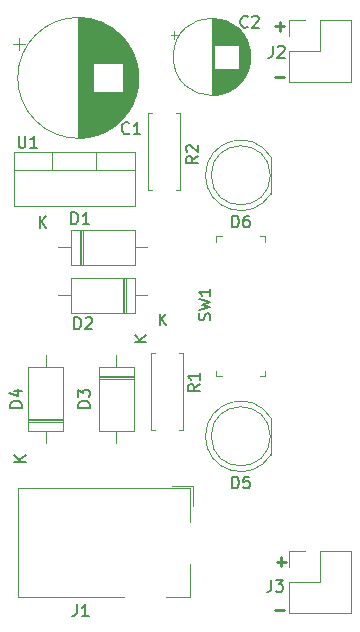
<source format=gto>
%TF.GenerationSoftware,KiCad,Pcbnew,5.1.10-88a1d61d58~88~ubuntu20.04.1*%
%TF.CreationDate,2021-07-24T20:23:26-03:00*%
%TF.ProjectId,002_Breadboard_Power_Supply,3030325f-4272-4656-9164-626f6172645f,V1*%
%TF.SameCoordinates,Original*%
%TF.FileFunction,Legend,Top*%
%TF.FilePolarity,Positive*%
%FSLAX46Y46*%
G04 Gerber Fmt 4.6, Leading zero omitted, Abs format (unit mm)*
G04 Created by KiCad (PCBNEW 5.1.10-88a1d61d58~88~ubuntu20.04.1) date 2021-07-24 20:23:26*
%MOMM*%
%LPD*%
G01*
G04 APERTURE LIST*
%ADD10C,0.250000*%
%ADD11C,0.120000*%
%ADD12C,0.100000*%
%ADD13C,0.150000*%
G04 APERTURE END LIST*
D10*
X99060047Y-56459428D02*
X99821952Y-56459428D01*
X99060047Y-52141428D02*
X99821952Y-52141428D01*
X99441000Y-52522380D02*
X99441000Y-51760476D01*
X99060047Y-101544428D02*
X99821952Y-101544428D01*
X99187047Y-97480428D02*
X99948952Y-97480428D01*
X99568000Y-97861380D02*
X99568000Y-97099476D01*
D11*
%TO.C,C1*%
X77403354Y-53140000D02*
X77403354Y-54140000D01*
X76903354Y-53640000D02*
X77903354Y-53640000D01*
X87464000Y-55916000D02*
X87464000Y-57114000D01*
X87424000Y-55653000D02*
X87424000Y-57377000D01*
X87384000Y-55453000D02*
X87384000Y-57577000D01*
X87344000Y-55285000D02*
X87344000Y-57745000D01*
X87304000Y-55137000D02*
X87304000Y-57893000D01*
X87264000Y-55005000D02*
X87264000Y-58025000D01*
X87224000Y-54885000D02*
X87224000Y-58145000D01*
X87184000Y-54773000D02*
X87184000Y-58257000D01*
X87144000Y-54669000D02*
X87144000Y-58361000D01*
X87104000Y-54571000D02*
X87104000Y-58459000D01*
X87064000Y-54478000D02*
X87064000Y-58552000D01*
X87024000Y-54390000D02*
X87024000Y-58640000D01*
X86984000Y-54306000D02*
X86984000Y-58724000D01*
X86944000Y-54226000D02*
X86944000Y-58804000D01*
X86904000Y-54150000D02*
X86904000Y-58880000D01*
X86864000Y-54076000D02*
X86864000Y-58954000D01*
X86824000Y-54005000D02*
X86824000Y-59025000D01*
X86784000Y-53936000D02*
X86784000Y-59094000D01*
X86744000Y-53870000D02*
X86744000Y-59160000D01*
X86704000Y-53806000D02*
X86704000Y-59224000D01*
X86664000Y-53745000D02*
X86664000Y-59285000D01*
X86624000Y-53685000D02*
X86624000Y-59345000D01*
X86584000Y-53626000D02*
X86584000Y-59404000D01*
X86544000Y-53570000D02*
X86544000Y-59460000D01*
X86504000Y-53515000D02*
X86504000Y-59515000D01*
X86464000Y-53461000D02*
X86464000Y-59569000D01*
X86424000Y-53409000D02*
X86424000Y-59621000D01*
X86384000Y-53359000D02*
X86384000Y-59671000D01*
X86344000Y-53309000D02*
X86344000Y-59721000D01*
X86304000Y-53261000D02*
X86304000Y-59769000D01*
X86264000Y-53214000D02*
X86264000Y-59816000D01*
X86224000Y-53168000D02*
X86224000Y-59862000D01*
X86184000Y-53123000D02*
X86184000Y-59907000D01*
X86144000Y-53079000D02*
X86144000Y-59951000D01*
X86104000Y-57756000D02*
X86104000Y-59993000D01*
X86104000Y-53037000D02*
X86104000Y-55274000D01*
X86064000Y-57756000D02*
X86064000Y-60035000D01*
X86064000Y-52995000D02*
X86064000Y-55274000D01*
X86024000Y-57756000D02*
X86024000Y-60076000D01*
X86024000Y-52954000D02*
X86024000Y-55274000D01*
X85984000Y-57756000D02*
X85984000Y-60116000D01*
X85984000Y-52914000D02*
X85984000Y-55274000D01*
X85944000Y-57756000D02*
X85944000Y-60155000D01*
X85944000Y-52875000D02*
X85944000Y-55274000D01*
X85904000Y-57756000D02*
X85904000Y-60194000D01*
X85904000Y-52836000D02*
X85904000Y-55274000D01*
X85864000Y-57756000D02*
X85864000Y-60231000D01*
X85864000Y-52799000D02*
X85864000Y-55274000D01*
X85824000Y-57756000D02*
X85824000Y-60268000D01*
X85824000Y-52762000D02*
X85824000Y-55274000D01*
X85784000Y-57756000D02*
X85784000Y-60304000D01*
X85784000Y-52726000D02*
X85784000Y-55274000D01*
X85744000Y-57756000D02*
X85744000Y-60339000D01*
X85744000Y-52691000D02*
X85744000Y-55274000D01*
X85704000Y-57756000D02*
X85704000Y-60373000D01*
X85704000Y-52657000D02*
X85704000Y-55274000D01*
X85664000Y-57756000D02*
X85664000Y-60407000D01*
X85664000Y-52623000D02*
X85664000Y-55274000D01*
X85624000Y-57756000D02*
X85624000Y-60440000D01*
X85624000Y-52590000D02*
X85624000Y-55274000D01*
X85584000Y-57756000D02*
X85584000Y-60472000D01*
X85584000Y-52558000D02*
X85584000Y-55274000D01*
X85544000Y-57756000D02*
X85544000Y-60504000D01*
X85544000Y-52526000D02*
X85544000Y-55274000D01*
X85504000Y-57756000D02*
X85504000Y-60535000D01*
X85504000Y-52495000D02*
X85504000Y-55274000D01*
X85464000Y-57756000D02*
X85464000Y-60565000D01*
X85464000Y-52465000D02*
X85464000Y-55274000D01*
X85424000Y-57756000D02*
X85424000Y-60595000D01*
X85424000Y-52435000D02*
X85424000Y-55274000D01*
X85384000Y-57756000D02*
X85384000Y-60625000D01*
X85384000Y-52405000D02*
X85384000Y-55274000D01*
X85344000Y-57756000D02*
X85344000Y-60653000D01*
X85344000Y-52377000D02*
X85344000Y-55274000D01*
X85304000Y-57756000D02*
X85304000Y-60681000D01*
X85304000Y-52349000D02*
X85304000Y-55274000D01*
X85264000Y-57756000D02*
X85264000Y-60709000D01*
X85264000Y-52321000D02*
X85264000Y-55274000D01*
X85224000Y-57756000D02*
X85224000Y-60736000D01*
X85224000Y-52294000D02*
X85224000Y-55274000D01*
X85184000Y-57756000D02*
X85184000Y-60762000D01*
X85184000Y-52268000D02*
X85184000Y-55274000D01*
X85144000Y-57756000D02*
X85144000Y-60788000D01*
X85144000Y-52242000D02*
X85144000Y-55274000D01*
X85104000Y-57756000D02*
X85104000Y-60813000D01*
X85104000Y-52217000D02*
X85104000Y-55274000D01*
X85064000Y-57756000D02*
X85064000Y-60838000D01*
X85064000Y-52192000D02*
X85064000Y-55274000D01*
X85024000Y-57756000D02*
X85024000Y-60862000D01*
X85024000Y-52168000D02*
X85024000Y-55274000D01*
X84984000Y-57756000D02*
X84984000Y-60886000D01*
X84984000Y-52144000D02*
X84984000Y-55274000D01*
X84944000Y-57756000D02*
X84944000Y-60910000D01*
X84944000Y-52120000D02*
X84944000Y-55274000D01*
X84904000Y-57756000D02*
X84904000Y-60932000D01*
X84904000Y-52098000D02*
X84904000Y-55274000D01*
X84864000Y-57756000D02*
X84864000Y-60955000D01*
X84864000Y-52075000D02*
X84864000Y-55274000D01*
X84824000Y-57756000D02*
X84824000Y-60977000D01*
X84824000Y-52053000D02*
X84824000Y-55274000D01*
X84784000Y-57756000D02*
X84784000Y-60998000D01*
X84784000Y-52032000D02*
X84784000Y-55274000D01*
X84744000Y-57756000D02*
X84744000Y-61019000D01*
X84744000Y-52011000D02*
X84744000Y-55274000D01*
X84704000Y-57756000D02*
X84704000Y-61040000D01*
X84704000Y-51990000D02*
X84704000Y-55274000D01*
X84664000Y-57756000D02*
X84664000Y-61060000D01*
X84664000Y-51970000D02*
X84664000Y-55274000D01*
X84624000Y-57756000D02*
X84624000Y-61079000D01*
X84624000Y-51951000D02*
X84624000Y-55274000D01*
X84584000Y-57756000D02*
X84584000Y-61099000D01*
X84584000Y-51931000D02*
X84584000Y-55274000D01*
X84544000Y-57756000D02*
X84544000Y-61118000D01*
X84544000Y-51912000D02*
X84544000Y-55274000D01*
X84504000Y-57756000D02*
X84504000Y-61136000D01*
X84504000Y-51894000D02*
X84504000Y-55274000D01*
X84464000Y-57756000D02*
X84464000Y-61154000D01*
X84464000Y-51876000D02*
X84464000Y-55274000D01*
X84424000Y-57756000D02*
X84424000Y-61172000D01*
X84424000Y-51858000D02*
X84424000Y-55274000D01*
X84384000Y-57756000D02*
X84384000Y-61189000D01*
X84384000Y-51841000D02*
X84384000Y-55274000D01*
X84344000Y-57756000D02*
X84344000Y-61205000D01*
X84344000Y-51825000D02*
X84344000Y-55274000D01*
X84304000Y-57756000D02*
X84304000Y-61222000D01*
X84304000Y-51808000D02*
X84304000Y-55274000D01*
X84264000Y-57756000D02*
X84264000Y-61238000D01*
X84264000Y-51792000D02*
X84264000Y-55274000D01*
X84224000Y-57756000D02*
X84224000Y-61253000D01*
X84224000Y-51777000D02*
X84224000Y-55274000D01*
X84184000Y-57756000D02*
X84184000Y-61269000D01*
X84184000Y-51761000D02*
X84184000Y-55274000D01*
X84144000Y-57756000D02*
X84144000Y-61283000D01*
X84144000Y-51747000D02*
X84144000Y-55274000D01*
X84104000Y-57756000D02*
X84104000Y-61298000D01*
X84104000Y-51732000D02*
X84104000Y-55274000D01*
X84064000Y-57756000D02*
X84064000Y-61312000D01*
X84064000Y-51718000D02*
X84064000Y-55274000D01*
X84024000Y-57756000D02*
X84024000Y-61326000D01*
X84024000Y-51704000D02*
X84024000Y-55274000D01*
X83984000Y-57756000D02*
X83984000Y-61339000D01*
X83984000Y-51691000D02*
X83984000Y-55274000D01*
X83944000Y-57756000D02*
X83944000Y-61352000D01*
X83944000Y-51678000D02*
X83944000Y-55274000D01*
X83904000Y-57756000D02*
X83904000Y-61365000D01*
X83904000Y-51665000D02*
X83904000Y-55274000D01*
X83864000Y-57756000D02*
X83864000Y-61377000D01*
X83864000Y-51653000D02*
X83864000Y-55274000D01*
X83824000Y-57756000D02*
X83824000Y-61389000D01*
X83824000Y-51641000D02*
X83824000Y-55274000D01*
X83784000Y-57756000D02*
X83784000Y-61400000D01*
X83784000Y-51630000D02*
X83784000Y-55274000D01*
X83744000Y-57756000D02*
X83744000Y-61412000D01*
X83744000Y-51618000D02*
X83744000Y-55274000D01*
X83704000Y-57756000D02*
X83704000Y-61422000D01*
X83704000Y-51608000D02*
X83704000Y-55274000D01*
X83664000Y-57756000D02*
X83664000Y-61433000D01*
X83664000Y-51597000D02*
X83664000Y-55274000D01*
X83624000Y-51587000D02*
X83624000Y-61443000D01*
X83584000Y-51577000D02*
X83584000Y-61453000D01*
X83544000Y-51568000D02*
X83544000Y-61462000D01*
X83504000Y-51559000D02*
X83504000Y-61471000D01*
X83464000Y-51550000D02*
X83464000Y-61480000D01*
X83424000Y-51541000D02*
X83424000Y-61489000D01*
X83384000Y-51533000D02*
X83384000Y-61497000D01*
X83344000Y-51525000D02*
X83344000Y-61505000D01*
X83304000Y-51518000D02*
X83304000Y-61512000D01*
X83264000Y-51511000D02*
X83264000Y-61519000D01*
X83224000Y-51504000D02*
X83224000Y-61526000D01*
X83184000Y-51497000D02*
X83184000Y-61533000D01*
X83144000Y-51491000D02*
X83144000Y-61539000D01*
X83104000Y-51485000D02*
X83104000Y-61545000D01*
X83063000Y-51480000D02*
X83063000Y-61550000D01*
X83023000Y-51475000D02*
X83023000Y-61555000D01*
X82983000Y-51470000D02*
X82983000Y-61560000D01*
X82943000Y-51465000D02*
X82943000Y-61565000D01*
X82903000Y-51461000D02*
X82903000Y-61569000D01*
X82863000Y-51457000D02*
X82863000Y-61573000D01*
X82823000Y-51453000D02*
X82823000Y-61577000D01*
X82783000Y-51450000D02*
X82783000Y-61580000D01*
X82743000Y-51447000D02*
X82743000Y-61583000D01*
X82703000Y-51445000D02*
X82703000Y-61585000D01*
X82663000Y-51442000D02*
X82663000Y-61588000D01*
X82623000Y-51440000D02*
X82623000Y-61590000D01*
X82583000Y-51438000D02*
X82583000Y-61592000D01*
X82543000Y-51437000D02*
X82543000Y-61593000D01*
X82503000Y-51436000D02*
X82503000Y-61594000D01*
X82463000Y-51435000D02*
X82463000Y-61595000D01*
X82423000Y-51435000D02*
X82423000Y-61595000D01*
X82383000Y-51435000D02*
X82383000Y-61595000D01*
X87503000Y-56515000D02*
G75*
G03*
X87503000Y-56515000I-5120000J0D01*
G01*
%TO.C,C2*%
X90520759Y-52583000D02*
X90520759Y-53213000D01*
X90205759Y-52898000D02*
X90835759Y-52898000D01*
X96947000Y-54335000D02*
X96947000Y-55139000D01*
X96907000Y-54104000D02*
X96907000Y-55370000D01*
X96867000Y-53935000D02*
X96867000Y-55539000D01*
X96827000Y-53797000D02*
X96827000Y-55677000D01*
X96787000Y-53678000D02*
X96787000Y-55796000D01*
X96747000Y-53572000D02*
X96747000Y-55902000D01*
X96707000Y-53475000D02*
X96707000Y-55999000D01*
X96667000Y-53387000D02*
X96667000Y-56087000D01*
X96627000Y-53305000D02*
X96627000Y-56169000D01*
X96587000Y-53228000D02*
X96587000Y-56246000D01*
X96547000Y-53156000D02*
X96547000Y-56318000D01*
X96507000Y-53087000D02*
X96507000Y-56387000D01*
X96467000Y-53023000D02*
X96467000Y-56451000D01*
X96427000Y-52961000D02*
X96427000Y-56513000D01*
X96387000Y-52903000D02*
X96387000Y-56571000D01*
X96347000Y-52847000D02*
X96347000Y-56627000D01*
X96307000Y-52793000D02*
X96307000Y-56681000D01*
X96267000Y-52742000D02*
X96267000Y-56732000D01*
X96227000Y-52693000D02*
X96227000Y-56781000D01*
X96187000Y-52645000D02*
X96187000Y-56829000D01*
X96147000Y-52600000D02*
X96147000Y-56874000D01*
X96107000Y-52555000D02*
X96107000Y-56919000D01*
X96067000Y-52513000D02*
X96067000Y-56961000D01*
X96027000Y-52472000D02*
X96027000Y-57002000D01*
X95987000Y-55777000D02*
X95987000Y-57042000D01*
X95987000Y-52432000D02*
X95987000Y-53697000D01*
X95947000Y-55777000D02*
X95947000Y-57080000D01*
X95947000Y-52394000D02*
X95947000Y-53697000D01*
X95907000Y-55777000D02*
X95907000Y-57117000D01*
X95907000Y-52357000D02*
X95907000Y-53697000D01*
X95867000Y-55777000D02*
X95867000Y-57153000D01*
X95867000Y-52321000D02*
X95867000Y-53697000D01*
X95827000Y-55777000D02*
X95827000Y-57187000D01*
X95827000Y-52287000D02*
X95827000Y-53697000D01*
X95787000Y-55777000D02*
X95787000Y-57221000D01*
X95787000Y-52253000D02*
X95787000Y-53697000D01*
X95747000Y-55777000D02*
X95747000Y-57253000D01*
X95747000Y-52221000D02*
X95747000Y-53697000D01*
X95707000Y-55777000D02*
X95707000Y-57285000D01*
X95707000Y-52189000D02*
X95707000Y-53697000D01*
X95667000Y-55777000D02*
X95667000Y-57315000D01*
X95667000Y-52159000D02*
X95667000Y-53697000D01*
X95627000Y-55777000D02*
X95627000Y-57344000D01*
X95627000Y-52130000D02*
X95627000Y-53697000D01*
X95587000Y-55777000D02*
X95587000Y-57373000D01*
X95587000Y-52101000D02*
X95587000Y-53697000D01*
X95547000Y-55777000D02*
X95547000Y-57401000D01*
X95547000Y-52073000D02*
X95547000Y-53697000D01*
X95507000Y-55777000D02*
X95507000Y-57427000D01*
X95507000Y-52047000D02*
X95507000Y-53697000D01*
X95467000Y-55777000D02*
X95467000Y-57453000D01*
X95467000Y-52021000D02*
X95467000Y-53697000D01*
X95427000Y-55777000D02*
X95427000Y-57479000D01*
X95427000Y-51995000D02*
X95427000Y-53697000D01*
X95387000Y-55777000D02*
X95387000Y-57503000D01*
X95387000Y-51971000D02*
X95387000Y-53697000D01*
X95347000Y-55777000D02*
X95347000Y-57527000D01*
X95347000Y-51947000D02*
X95347000Y-53697000D01*
X95307000Y-55777000D02*
X95307000Y-57549000D01*
X95307000Y-51925000D02*
X95307000Y-53697000D01*
X95267000Y-55777000D02*
X95267000Y-57571000D01*
X95267000Y-51903000D02*
X95267000Y-53697000D01*
X95227000Y-55777000D02*
X95227000Y-57593000D01*
X95227000Y-51881000D02*
X95227000Y-53697000D01*
X95187000Y-55777000D02*
X95187000Y-57613000D01*
X95187000Y-51861000D02*
X95187000Y-53697000D01*
X95147000Y-55777000D02*
X95147000Y-57633000D01*
X95147000Y-51841000D02*
X95147000Y-53697000D01*
X95107000Y-55777000D02*
X95107000Y-57653000D01*
X95107000Y-51821000D02*
X95107000Y-53697000D01*
X95067000Y-55777000D02*
X95067000Y-57671000D01*
X95067000Y-51803000D02*
X95067000Y-53697000D01*
X95027000Y-55777000D02*
X95027000Y-57689000D01*
X95027000Y-51785000D02*
X95027000Y-53697000D01*
X94987000Y-55777000D02*
X94987000Y-57707000D01*
X94987000Y-51767000D02*
X94987000Y-53697000D01*
X94947000Y-55777000D02*
X94947000Y-57723000D01*
X94947000Y-51751000D02*
X94947000Y-53697000D01*
X94907000Y-55777000D02*
X94907000Y-57739000D01*
X94907000Y-51735000D02*
X94907000Y-53697000D01*
X94867000Y-55777000D02*
X94867000Y-57755000D01*
X94867000Y-51719000D02*
X94867000Y-53697000D01*
X94827000Y-55777000D02*
X94827000Y-57770000D01*
X94827000Y-51704000D02*
X94827000Y-53697000D01*
X94787000Y-55777000D02*
X94787000Y-57784000D01*
X94787000Y-51690000D02*
X94787000Y-53697000D01*
X94747000Y-55777000D02*
X94747000Y-57798000D01*
X94747000Y-51676000D02*
X94747000Y-53697000D01*
X94707000Y-55777000D02*
X94707000Y-57811000D01*
X94707000Y-51663000D02*
X94707000Y-53697000D01*
X94667000Y-55777000D02*
X94667000Y-57823000D01*
X94667000Y-51651000D02*
X94667000Y-53697000D01*
X94627000Y-55777000D02*
X94627000Y-57835000D01*
X94627000Y-51639000D02*
X94627000Y-53697000D01*
X94587000Y-55777000D02*
X94587000Y-57847000D01*
X94587000Y-51627000D02*
X94587000Y-53697000D01*
X94547000Y-55777000D02*
X94547000Y-57858000D01*
X94547000Y-51616000D02*
X94547000Y-53697000D01*
X94507000Y-55777000D02*
X94507000Y-57868000D01*
X94507000Y-51606000D02*
X94507000Y-53697000D01*
X94467000Y-55777000D02*
X94467000Y-57878000D01*
X94467000Y-51596000D02*
X94467000Y-53697000D01*
X94427000Y-55777000D02*
X94427000Y-57887000D01*
X94427000Y-51587000D02*
X94427000Y-53697000D01*
X94386000Y-55777000D02*
X94386000Y-57896000D01*
X94386000Y-51578000D02*
X94386000Y-53697000D01*
X94346000Y-55777000D02*
X94346000Y-57904000D01*
X94346000Y-51570000D02*
X94346000Y-53697000D01*
X94306000Y-55777000D02*
X94306000Y-57912000D01*
X94306000Y-51562000D02*
X94306000Y-53697000D01*
X94266000Y-55777000D02*
X94266000Y-57919000D01*
X94266000Y-51555000D02*
X94266000Y-53697000D01*
X94226000Y-55777000D02*
X94226000Y-57926000D01*
X94226000Y-51548000D02*
X94226000Y-53697000D01*
X94186000Y-55777000D02*
X94186000Y-57932000D01*
X94186000Y-51542000D02*
X94186000Y-53697000D01*
X94146000Y-55777000D02*
X94146000Y-57938000D01*
X94146000Y-51536000D02*
X94146000Y-53697000D01*
X94106000Y-55777000D02*
X94106000Y-57943000D01*
X94106000Y-51531000D02*
X94106000Y-53697000D01*
X94066000Y-55777000D02*
X94066000Y-57948000D01*
X94066000Y-51526000D02*
X94066000Y-53697000D01*
X94026000Y-55777000D02*
X94026000Y-57952000D01*
X94026000Y-51522000D02*
X94026000Y-53697000D01*
X93986000Y-55777000D02*
X93986000Y-57955000D01*
X93986000Y-51519000D02*
X93986000Y-53697000D01*
X93946000Y-55777000D02*
X93946000Y-57959000D01*
X93946000Y-51515000D02*
X93946000Y-53697000D01*
X93906000Y-51513000D02*
X93906000Y-57961000D01*
X93866000Y-51510000D02*
X93866000Y-57964000D01*
X93826000Y-51509000D02*
X93826000Y-57965000D01*
X93786000Y-51507000D02*
X93786000Y-57967000D01*
X93746000Y-51507000D02*
X93746000Y-57967000D01*
X93706000Y-51507000D02*
X93706000Y-57967000D01*
X96976000Y-54737000D02*
G75*
G03*
X96976000Y-54737000I-3270000J0D01*
G01*
%TO.C,D1*%
X82515000Y-69396000D02*
X82515000Y-72336000D01*
X82755000Y-69396000D02*
X82755000Y-72336000D01*
X82635000Y-69396000D02*
X82635000Y-72336000D01*
X88195000Y-70866000D02*
X87175000Y-70866000D01*
X80715000Y-70866000D02*
X81735000Y-70866000D01*
X87175000Y-69396000D02*
X81735000Y-69396000D01*
X87175000Y-72336000D02*
X87175000Y-69396000D01*
X81735000Y-72336000D02*
X87175000Y-72336000D01*
X81735000Y-69396000D02*
X81735000Y-72336000D01*
%TO.C,D2*%
X87175000Y-76400000D02*
X87175000Y-73460000D01*
X87175000Y-73460000D02*
X81735000Y-73460000D01*
X81735000Y-73460000D02*
X81735000Y-76400000D01*
X81735000Y-76400000D02*
X87175000Y-76400000D01*
X88195000Y-74930000D02*
X87175000Y-74930000D01*
X80715000Y-74930000D02*
X81735000Y-74930000D01*
X86275000Y-76400000D02*
X86275000Y-73460000D01*
X86155000Y-76400000D02*
X86155000Y-73460000D01*
X86395000Y-76400000D02*
X86395000Y-73460000D01*
%TO.C,D3*%
X87068000Y-81753000D02*
X84128000Y-81753000D01*
X87068000Y-81993000D02*
X84128000Y-81993000D01*
X87068000Y-81873000D02*
X84128000Y-81873000D01*
X85598000Y-87433000D02*
X85598000Y-86413000D01*
X85598000Y-79953000D02*
X85598000Y-80973000D01*
X87068000Y-86413000D02*
X87068000Y-80973000D01*
X84128000Y-86413000D02*
X87068000Y-86413000D01*
X84128000Y-80973000D02*
X84128000Y-86413000D01*
X87068000Y-80973000D02*
X84128000Y-80973000D01*
%TO.C,D4*%
X78159000Y-86413000D02*
X81099000Y-86413000D01*
X81099000Y-86413000D02*
X81099000Y-80973000D01*
X81099000Y-80973000D02*
X78159000Y-80973000D01*
X78159000Y-80973000D02*
X78159000Y-86413000D01*
X79629000Y-87433000D02*
X79629000Y-86413000D01*
X79629000Y-79953000D02*
X79629000Y-80973000D01*
X78159000Y-85513000D02*
X81099000Y-85513000D01*
X78159000Y-85393000D02*
X81099000Y-85393000D01*
X78159000Y-85633000D02*
X81099000Y-85633000D01*
%TO.C,D5*%
X98704000Y-88413000D02*
X98704000Y-85323000D01*
X98644000Y-86868000D02*
G75*
G03*
X98644000Y-86868000I-2500000J0D01*
G01*
X93154000Y-86867538D02*
G75*
G03*
X98704000Y-88412830I2990000J-462D01*
G01*
X93154000Y-86868462D02*
G75*
G02*
X98704000Y-85323170I2990000J462D01*
G01*
%TO.C,D6*%
X93154000Y-64770462D02*
G75*
G02*
X98704000Y-63225170I2990000J462D01*
G01*
X93154000Y-64769538D02*
G75*
G03*
X98704000Y-66314830I2990000J-462D01*
G01*
X98644000Y-64770000D02*
G75*
G03*
X98644000Y-64770000I-2500000J0D01*
G01*
X98704000Y-66315000D02*
X98704000Y-63225000D01*
%TO.C,J1*%
X92099000Y-91045000D02*
X92099000Y-92785000D01*
X90359000Y-91045000D02*
X92099000Y-91045000D01*
X91859000Y-100485000D02*
X89859000Y-100485000D01*
X91859000Y-97685000D02*
X91859000Y-100485000D01*
X91859000Y-91285000D02*
X91859000Y-94085000D01*
X77259000Y-91285000D02*
X91859000Y-91285000D01*
X77259000Y-100485000D02*
X77259000Y-91285000D01*
X86259000Y-100485000D02*
X77259000Y-100485000D01*
%TO.C,J2*%
X100270000Y-51629000D02*
X101600000Y-51629000D01*
X100270000Y-52959000D02*
X100270000Y-51629000D01*
X102870000Y-51629000D02*
X105470000Y-51629000D01*
X102870000Y-54229000D02*
X102870000Y-51629000D01*
X100270000Y-54229000D02*
X102870000Y-54229000D01*
X105470000Y-51629000D02*
X105470000Y-56829000D01*
X100270000Y-54229000D02*
X100270000Y-56829000D01*
X100270000Y-56829000D02*
X105470000Y-56829000D01*
%TO.C,J3*%
X100270000Y-101787000D02*
X105470000Y-101787000D01*
X100270000Y-99187000D02*
X100270000Y-101787000D01*
X105470000Y-96587000D02*
X105470000Y-101787000D01*
X100270000Y-99187000D02*
X102870000Y-99187000D01*
X102870000Y-99187000D02*
X102870000Y-96587000D01*
X102870000Y-96587000D02*
X105470000Y-96587000D01*
X100270000Y-97917000D02*
X100270000Y-96587000D01*
X100270000Y-96587000D02*
X101600000Y-96587000D01*
%TO.C,R1*%
X90956000Y-79788000D02*
X91286000Y-79788000D01*
X91286000Y-79788000D02*
X91286000Y-86328000D01*
X91286000Y-86328000D02*
X90956000Y-86328000D01*
X88876000Y-79788000D02*
X88546000Y-79788000D01*
X88546000Y-79788000D02*
X88546000Y-86328000D01*
X88546000Y-86328000D02*
X88876000Y-86328000D01*
%TO.C,R2*%
X91032000Y-59468000D02*
X90702000Y-59468000D01*
X91032000Y-66008000D02*
X91032000Y-59468000D01*
X90702000Y-66008000D02*
X91032000Y-66008000D01*
X88292000Y-59468000D02*
X88622000Y-59468000D01*
X88292000Y-66008000D02*
X88292000Y-59468000D01*
X88622000Y-66008000D02*
X88292000Y-66008000D01*
D12*
%TO.C,SW1*%
X94039000Y-69899000D02*
X94039000Y-70399000D01*
X94039000Y-69899000D02*
X94539000Y-69899000D01*
X94039000Y-81799000D02*
X94539000Y-81799000D01*
X94039000Y-81799000D02*
X94039000Y-81299000D01*
X98239000Y-81799000D02*
X97739000Y-81799000D01*
X98239000Y-81799000D02*
X98239000Y-81299000D01*
X98239000Y-69899000D02*
X97739000Y-69899000D01*
X98239000Y-69899000D02*
X98239000Y-70399000D01*
D11*
%TO.C,U1*%
X83893000Y-62770000D02*
X83893000Y-64280000D01*
X80192000Y-62770000D02*
X80192000Y-64280000D01*
X76922000Y-64280000D02*
X87162000Y-64280000D01*
X87162000Y-62770000D02*
X87162000Y-67411000D01*
X76922000Y-62770000D02*
X76922000Y-67411000D01*
X76922000Y-67411000D02*
X87162000Y-67411000D01*
X76922000Y-62770000D02*
X87162000Y-62770000D01*
%TO.C,C1*%
D13*
X86701333Y-61190142D02*
X86653714Y-61237761D01*
X86510857Y-61285380D01*
X86415619Y-61285380D01*
X86272761Y-61237761D01*
X86177523Y-61142523D01*
X86129904Y-61047285D01*
X86082285Y-60856809D01*
X86082285Y-60713952D01*
X86129904Y-60523476D01*
X86177523Y-60428238D01*
X86272761Y-60333000D01*
X86415619Y-60285380D01*
X86510857Y-60285380D01*
X86653714Y-60333000D01*
X86701333Y-60380619D01*
X87653714Y-61285380D02*
X87082285Y-61285380D01*
X87368000Y-61285380D02*
X87368000Y-60285380D01*
X87272761Y-60428238D01*
X87177523Y-60523476D01*
X87082285Y-60571095D01*
%TO.C,C2*%
X96734333Y-52173142D02*
X96686714Y-52220761D01*
X96543857Y-52268380D01*
X96448619Y-52268380D01*
X96305761Y-52220761D01*
X96210523Y-52125523D01*
X96162904Y-52030285D01*
X96115285Y-51839809D01*
X96115285Y-51696952D01*
X96162904Y-51506476D01*
X96210523Y-51411238D01*
X96305761Y-51316000D01*
X96448619Y-51268380D01*
X96543857Y-51268380D01*
X96686714Y-51316000D01*
X96734333Y-51363619D01*
X97115285Y-51363619D02*
X97162904Y-51316000D01*
X97258142Y-51268380D01*
X97496238Y-51268380D01*
X97591476Y-51316000D01*
X97639095Y-51363619D01*
X97686714Y-51458857D01*
X97686714Y-51554095D01*
X97639095Y-51696952D01*
X97067666Y-52268380D01*
X97686714Y-52268380D01*
%TO.C,D1*%
X81811904Y-68905380D02*
X81811904Y-67905380D01*
X82050000Y-67905380D01*
X82192857Y-67953000D01*
X82288095Y-68048238D01*
X82335714Y-68143476D01*
X82383333Y-68333952D01*
X82383333Y-68476809D01*
X82335714Y-68667285D01*
X82288095Y-68762523D01*
X82192857Y-68857761D01*
X82050000Y-68905380D01*
X81811904Y-68905380D01*
X83335714Y-68905380D02*
X82764285Y-68905380D01*
X83050000Y-68905380D02*
X83050000Y-67905380D01*
X82954761Y-68048238D01*
X82859523Y-68143476D01*
X82764285Y-68191095D01*
X79113095Y-69218380D02*
X79113095Y-68218380D01*
X79684523Y-69218380D02*
X79255952Y-68646952D01*
X79684523Y-68218380D02*
X79113095Y-68789809D01*
%TO.C,D2*%
X82065904Y-77795380D02*
X82065904Y-76795380D01*
X82304000Y-76795380D01*
X82446857Y-76843000D01*
X82542095Y-76938238D01*
X82589714Y-77033476D01*
X82637333Y-77223952D01*
X82637333Y-77366809D01*
X82589714Y-77557285D01*
X82542095Y-77652523D01*
X82446857Y-77747761D01*
X82304000Y-77795380D01*
X82065904Y-77795380D01*
X83018285Y-76890619D02*
X83065904Y-76843000D01*
X83161142Y-76795380D01*
X83399238Y-76795380D01*
X83494476Y-76843000D01*
X83542095Y-76890619D01*
X83589714Y-76985857D01*
X83589714Y-77081095D01*
X83542095Y-77223952D01*
X82970666Y-77795380D01*
X83589714Y-77795380D01*
X89273095Y-77482380D02*
X89273095Y-76482380D01*
X89844523Y-77482380D02*
X89415952Y-76910952D01*
X89844523Y-76482380D02*
X89273095Y-77053809D01*
%TO.C,D3*%
X83383380Y-84431095D02*
X82383380Y-84431095D01*
X82383380Y-84193000D01*
X82431000Y-84050142D01*
X82526238Y-83954904D01*
X82621476Y-83907285D01*
X82811952Y-83859666D01*
X82954809Y-83859666D01*
X83145285Y-83907285D01*
X83240523Y-83954904D01*
X83335761Y-84050142D01*
X83383380Y-84193000D01*
X83383380Y-84431095D01*
X82383380Y-83526333D02*
X82383380Y-82907285D01*
X82764333Y-83240619D01*
X82764333Y-83097761D01*
X82811952Y-83002523D01*
X82859571Y-82954904D01*
X82954809Y-82907285D01*
X83192904Y-82907285D01*
X83288142Y-82954904D01*
X83335761Y-83002523D01*
X83383380Y-83097761D01*
X83383380Y-83383476D01*
X83335761Y-83478714D01*
X83288142Y-83526333D01*
X88150380Y-78874904D02*
X87150380Y-78874904D01*
X88150380Y-78303476D02*
X87578952Y-78732047D01*
X87150380Y-78303476D02*
X87721809Y-78874904D01*
%TO.C,D4*%
X77611380Y-84431095D02*
X76611380Y-84431095D01*
X76611380Y-84193000D01*
X76659000Y-84050142D01*
X76754238Y-83954904D01*
X76849476Y-83907285D01*
X77039952Y-83859666D01*
X77182809Y-83859666D01*
X77373285Y-83907285D01*
X77468523Y-83954904D01*
X77563761Y-84050142D01*
X77611380Y-84193000D01*
X77611380Y-84431095D01*
X76944714Y-83002523D02*
X77611380Y-83002523D01*
X76563761Y-83240619D02*
X77278047Y-83478714D01*
X77278047Y-82859666D01*
X77981380Y-89034904D02*
X76981380Y-89034904D01*
X77981380Y-88463476D02*
X77409952Y-88892047D01*
X76981380Y-88463476D02*
X77552809Y-89034904D01*
%TO.C,D5*%
X95405904Y-91280380D02*
X95405904Y-90280380D01*
X95644000Y-90280380D01*
X95786857Y-90328000D01*
X95882095Y-90423238D01*
X95929714Y-90518476D01*
X95977333Y-90708952D01*
X95977333Y-90851809D01*
X95929714Y-91042285D01*
X95882095Y-91137523D01*
X95786857Y-91232761D01*
X95644000Y-91280380D01*
X95405904Y-91280380D01*
X96882095Y-90280380D02*
X96405904Y-90280380D01*
X96358285Y-90756571D01*
X96405904Y-90708952D01*
X96501142Y-90661333D01*
X96739238Y-90661333D01*
X96834476Y-90708952D01*
X96882095Y-90756571D01*
X96929714Y-90851809D01*
X96929714Y-91089904D01*
X96882095Y-91185142D01*
X96834476Y-91232761D01*
X96739238Y-91280380D01*
X96501142Y-91280380D01*
X96405904Y-91232761D01*
X96358285Y-91185142D01*
%TO.C,D6*%
X95405904Y-69182380D02*
X95405904Y-68182380D01*
X95644000Y-68182380D01*
X95786857Y-68230000D01*
X95882095Y-68325238D01*
X95929714Y-68420476D01*
X95977333Y-68610952D01*
X95977333Y-68753809D01*
X95929714Y-68944285D01*
X95882095Y-69039523D01*
X95786857Y-69134761D01*
X95644000Y-69182380D01*
X95405904Y-69182380D01*
X96834476Y-68182380D02*
X96644000Y-68182380D01*
X96548761Y-68230000D01*
X96501142Y-68277619D01*
X96405904Y-68420476D01*
X96358285Y-68610952D01*
X96358285Y-68991904D01*
X96405904Y-69087142D01*
X96453523Y-69134761D01*
X96548761Y-69182380D01*
X96739238Y-69182380D01*
X96834476Y-69134761D01*
X96882095Y-69087142D01*
X96929714Y-68991904D01*
X96929714Y-68753809D01*
X96882095Y-68658571D01*
X96834476Y-68610952D01*
X96739238Y-68563333D01*
X96548761Y-68563333D01*
X96453523Y-68610952D01*
X96405904Y-68658571D01*
X96358285Y-68753809D01*
%TO.C,J1*%
X82275666Y-101087380D02*
X82275666Y-101801666D01*
X82228047Y-101944523D01*
X82132809Y-102039761D01*
X81989952Y-102087380D01*
X81894714Y-102087380D01*
X83275666Y-102087380D02*
X82704238Y-102087380D01*
X82989952Y-102087380D02*
X82989952Y-101087380D01*
X82894714Y-101230238D01*
X82799476Y-101325476D01*
X82704238Y-101373095D01*
%TO.C,J2*%
X98853666Y-53808380D02*
X98853666Y-54522666D01*
X98806047Y-54665523D01*
X98710809Y-54760761D01*
X98567952Y-54808380D01*
X98472714Y-54808380D01*
X99282238Y-53903619D02*
X99329857Y-53856000D01*
X99425095Y-53808380D01*
X99663190Y-53808380D01*
X99758428Y-53856000D01*
X99806047Y-53903619D01*
X99853666Y-53998857D01*
X99853666Y-54094095D01*
X99806047Y-54236952D01*
X99234619Y-54808380D01*
X99853666Y-54808380D01*
%TO.C,J3*%
X98726666Y-99020380D02*
X98726666Y-99734666D01*
X98679047Y-99877523D01*
X98583809Y-99972761D01*
X98440952Y-100020380D01*
X98345714Y-100020380D01*
X99107619Y-99020380D02*
X99726666Y-99020380D01*
X99393333Y-99401333D01*
X99536190Y-99401333D01*
X99631428Y-99448952D01*
X99679047Y-99496571D01*
X99726666Y-99591809D01*
X99726666Y-99829904D01*
X99679047Y-99925142D01*
X99631428Y-99972761D01*
X99536190Y-100020380D01*
X99250476Y-100020380D01*
X99155238Y-99972761D01*
X99107619Y-99925142D01*
%TO.C,R1*%
X92654380Y-82462666D02*
X92178190Y-82796000D01*
X92654380Y-83034095D02*
X91654380Y-83034095D01*
X91654380Y-82653142D01*
X91702000Y-82557904D01*
X91749619Y-82510285D01*
X91844857Y-82462666D01*
X91987714Y-82462666D01*
X92082952Y-82510285D01*
X92130571Y-82557904D01*
X92178190Y-82653142D01*
X92178190Y-83034095D01*
X92654380Y-81510285D02*
X92654380Y-82081714D01*
X92654380Y-81796000D02*
X91654380Y-81796000D01*
X91797238Y-81891238D01*
X91892476Y-81986476D01*
X91940095Y-82081714D01*
%TO.C,R2*%
X92527380Y-63158666D02*
X92051190Y-63492000D01*
X92527380Y-63730095D02*
X91527380Y-63730095D01*
X91527380Y-63349142D01*
X91575000Y-63253904D01*
X91622619Y-63206285D01*
X91717857Y-63158666D01*
X91860714Y-63158666D01*
X91955952Y-63206285D01*
X92003571Y-63253904D01*
X92051190Y-63349142D01*
X92051190Y-63730095D01*
X91622619Y-62777714D02*
X91575000Y-62730095D01*
X91527380Y-62634857D01*
X91527380Y-62396761D01*
X91575000Y-62301523D01*
X91622619Y-62253904D01*
X91717857Y-62206285D01*
X91813095Y-62206285D01*
X91955952Y-62253904D01*
X92527380Y-62825333D01*
X92527380Y-62206285D01*
%TO.C,SW1*%
X93523761Y-77042333D02*
X93571380Y-76899476D01*
X93571380Y-76661380D01*
X93523761Y-76566142D01*
X93476142Y-76518523D01*
X93380904Y-76470904D01*
X93285666Y-76470904D01*
X93190428Y-76518523D01*
X93142809Y-76566142D01*
X93095190Y-76661380D01*
X93047571Y-76851857D01*
X92999952Y-76947095D01*
X92952333Y-76994714D01*
X92857095Y-77042333D01*
X92761857Y-77042333D01*
X92666619Y-76994714D01*
X92619000Y-76947095D01*
X92571380Y-76851857D01*
X92571380Y-76613761D01*
X92619000Y-76470904D01*
X92571380Y-76137571D02*
X93571380Y-75899476D01*
X92857095Y-75709000D01*
X93571380Y-75518523D01*
X92571380Y-75280428D01*
X93571380Y-74375666D02*
X93571380Y-74947095D01*
X93571380Y-74661380D02*
X92571380Y-74661380D01*
X92714238Y-74756619D01*
X92809476Y-74851857D01*
X92857095Y-74947095D01*
%TO.C,U1*%
X77343095Y-61428380D02*
X77343095Y-62237904D01*
X77390714Y-62333142D01*
X77438333Y-62380761D01*
X77533571Y-62428380D01*
X77724047Y-62428380D01*
X77819285Y-62380761D01*
X77866904Y-62333142D01*
X77914523Y-62237904D01*
X77914523Y-61428380D01*
X78914523Y-62428380D02*
X78343095Y-62428380D01*
X78628809Y-62428380D02*
X78628809Y-61428380D01*
X78533571Y-61571238D01*
X78438333Y-61666476D01*
X78343095Y-61714095D01*
%TD*%
M02*

</source>
